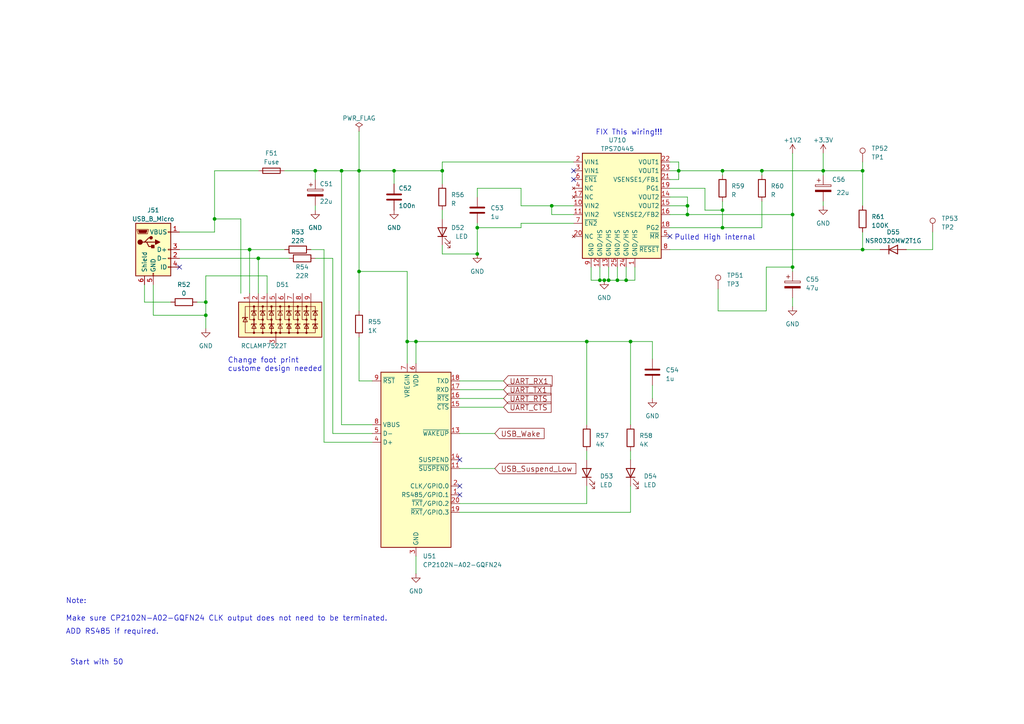
<source format=kicad_sch>
(kicad_sch (version 20230121) (generator eeschema)
  (paper "A4")
  (lib_symbols
    (symbol "Connector:TestPoint" (pin_numbers hide) (pin_names (offset 0.762) hide)
      (property "Reference" "TP" (at 0 6.858 0))
      (property "Value" "TestPoint" (at 0 5.08 0))
      (symbol "TestPoint_0_1"
        (circle (center 0 3.302) (radius 0.762))
      )
      (symbol "TestPoint_1_1"
        (pin passive line (at 0 0 90) (length 2.54) (name "1") (number "1"))
      )
    )
    (symbol "Connector:USB_B_Micro" (pin_names (offset 1.016))
      (property "Reference" "J" (at -5.08 11.43 0))
      (property "Value" "USB_B_Micro" (at -5.08 8.89 0))
      (symbol "USB_B_Micro_0_1"
        (rectangle (start -5.08 -7.62) (end 5.08 7.62) (stroke (width 0.254)) (fill (type background)))
        (circle (center -3.81 2.159) (radius 0.635) (stroke (width 0.254)) (fill (type outline)))
        (circle (center -0.635 3.429) (radius 0.381) (stroke (width 0.254)) (fill (type outline)))
        (rectangle (start -0.127 -7.62) (end 0.127 -6.858))
        (polyline (pts (xy -1.905 2.159) (xy 0.635 2.159)) (stroke (width 0.254)))
        (polyline (pts (xy -3.175 2.159) (xy -2.54 2.159) (xy -1.27 3.429) (xy -0.635 3.429)) (stroke (width 0.254)))
        (polyline (pts (xy -2.54 2.159) (xy -1.905 2.159) (xy -1.27 0.889) (xy 0 0.889)) (stroke (width 0.254)))
        (polyline (pts (xy 0.635 2.794) (xy 0.635 1.524) (xy 1.905 2.159) (xy 0.635 2.794)) (stroke (width 0.254)) (fill (type outline)))
        (polyline (pts (xy -4.318 5.588) (xy -1.778 5.588) (xy -2.032 4.826) (xy -4.064 4.826) (xy -4.318 5.588)) (fill (type outline)))
        (polyline (pts (xy -4.699 5.842) (xy -4.699 5.588) (xy -4.445 4.826) (xy -4.445 4.572) (xy -1.651 4.572) (xy -1.651 4.826) (xy -1.397 5.588) (xy -1.397 5.842) (xy -4.699 5.842)))
        (rectangle (start 0.254 1.27) (end -0.508 0.508) (stroke (width 0.254)) (fill (type outline)))
        (rectangle (start 5.08 -5.207) (end 4.318 -4.953))
        (rectangle (start 5.08 -2.667) (end 4.318 -2.413))
        (rectangle (start 5.08 -0.127) (end 4.318 0.127))
        (rectangle (start 5.08 4.953) (end 4.318 5.207))
      )
      (symbol "USB_B_Micro_1_1"
        (pin power_out line (at 7.62 5.08 180) (length 2.54) (name "VBUS") (number "1"))
        (pin bidirectional line (at 7.62 -2.54 180) (length 2.54) (name "D-") (number "2"))
        (pin bidirectional line (at 7.62 0 180) (length 2.54) (name "D+") (number "3"))
        (pin passive line (at 7.62 -5.08 180) (length 2.54) (name "ID") (number "4"))
        (pin power_out line (at 0 -10.16 90) (length 2.54) (name "GND") (number "5"))
        (pin passive line (at -2.54 -10.16 90) (length 2.54) (name "Shield") (number "6"))
      )
    )
    (symbol "Device:C" (pin_numbers hide) (pin_names (offset 0.254))
      (property "Reference" "C" (at 0.635 2.54 0))
      (property "Value" "C" (at 0.635 -2.54 0))
      (symbol "C_0_1"
        (polyline (pts (xy -2.032 -0.762) (xy 2.032 -0.762)) (stroke (width 0.508)))
        (polyline (pts (xy -2.032 0.762) (xy 2.032 0.762)) (stroke (width 0.508)))
      )
      (symbol "C_1_1"
        (pin passive line (at 0 3.81 270) (length 2.794) (name "~") (number "1"))
        (pin passive line (at 0 -3.81 90) (length 2.794) (name "~") (number "2"))
      )
    )
    (symbol "Device:C_Polarized" (pin_numbers hide) (pin_names (offset 0.254))
      (property "Reference" "C" (at 0.635 2.54 0))
      (property "Value" "C_Polarized" (at 0.635 -2.54 0))
      (symbol "C_Polarized_0_1"
        (rectangle (start -2.286 0.508) (end 2.286 1.016))
        (polyline (pts (xy -1.778 2.286) (xy -0.762 2.286)))
        (polyline (pts (xy -1.27 2.794) (xy -1.27 1.778)))
        (rectangle (start 2.286 -0.508) (end -2.286 -1.016) (fill (type outline)))
      )
      (symbol "C_Polarized_1_1"
        (pin passive line (at 0 3.81 270) (length 2.794) (name "~") (number "1"))
        (pin passive line (at 0 -3.81 90) (length 2.794) (name "~") (number "2"))
      )
    )
    (symbol "Device:D" (pin_numbers hide) (pin_names (offset 1.016) hide)
      (property "Reference" "D" (at 0 2.54 0))
      (property "Value" "D" (at 0 -2.54 0))
      (symbol "D_0_1"
        (polyline (pts (xy -1.27 1.27) (xy -1.27 -1.27)) (stroke (width 0.254)))
        (polyline (pts (xy 1.27 0) (xy -1.27 0)))
        (polyline (pts (xy 1.27 1.27) (xy 1.27 -1.27) (xy -1.27 0) (xy 1.27 1.27)) (stroke (width 0.254)))
      )
      (symbol "D_1_1"
        (pin passive line (at -3.81 0 0) (length 2.54) (name "K") (number "1"))
        (pin passive line (at 3.81 0 180) (length 2.54) (name "A") (number "2"))
      )
    )
    (symbol "Device:Fuse" (pin_numbers hide) (pin_names (offset 0))
      (property "Reference" "F" (at 2.032 0 90))
      (property "Value" "Fuse" (at -1.905 0 90))
      (symbol "Fuse_0_1"
        (rectangle (start -0.762 -2.54) (end 0.762 2.54) (stroke (width 0.254)))
        (polyline (pts (xy 0 2.54) (xy 0 -2.54)))
      )
      (symbol "Fuse_1_1"
        (pin passive line (at 0 3.81 270) (length 1.27) (name "~") (number "1"))
        (pin passive line (at 0 -3.81 90) (length 1.27) (name "~") (number "2"))
      )
    )
    (symbol "Device:LED" (pin_numbers hide) (pin_names (offset 1.016) hide)
      (property "Reference" "D" (at 0 2.54 0))
      (property "Value" "LED" (at 0 -2.54 0))
      (symbol "LED_0_1"
        (polyline (pts (xy -1.27 -1.27) (xy -1.27 1.27)) (stroke (width 0.254)))
        (polyline (pts (xy -1.27 0) (xy 1.27 0)))
        (polyline (pts (xy 1.27 -1.27) (xy 1.27 1.27) (xy -1.27 0) (xy 1.27 -1.27)) (stroke (width 0.254)))
        (polyline (pts (xy -3.048 -0.762) (xy -4.572 -2.286) (xy -3.81 -2.286) (xy -4.572 -2.286) (xy -4.572 -1.524)))
        (polyline (pts (xy -1.778 -0.762) (xy -3.302 -2.286) (xy -2.54 -2.286) (xy -3.302 -2.286) (xy -3.302 -1.524)))
      )
      (symbol "LED_1_1"
        (pin passive line (at -3.81 0 0) (length 2.54) (name "K") (number "1"))
        (pin passive line (at 3.81 0 180) (length 2.54) (name "A") (number "2"))
      )
    )
    (symbol "Device:R" (pin_numbers hide) (pin_names (offset 0))
      (property "Reference" "R" (at 2.032 0 90))
      (property "Value" "R" (at 0 0 90))
      (symbol "R_0_1"
        (rectangle (start -1.016 -2.54) (end 1.016 2.54) (stroke (width 0.254)))
      )
      (symbol "R_1_1"
        (pin passive line (at 0 3.81 270) (length 1.27) (name "~") (number "1"))
        (pin passive line (at 0 -3.81 90) (length 1.27) (name "~") (number "2"))
      )
    )
    (symbol "Interface_USB:CP2102N-Axx-xQFN20"
      (property "Reference" "U" (at -8.89 26.67 0))
      (property "Value" "CP2102N-Axx-xQFN20" (at 12.7 26.67 0))
      (symbol "CP2102N-Axx-xQFN20_0_1"
        (rectangle (start -10.16 25.4) (end 10.16 -25.4) (stroke (width 0.254)) (fill (type background)))
      )
      (symbol "CP2102N-Axx-xQFN20_1_1"
        (pin bidirectional line (at 12.7 -10.16 180) (length 2.54) (name "RS485/GPIO.1") (number "1"))
        (pin no_connect line (at -10.16 -22.86 0) (length 2.54) hide (name "NC") (number "10"))
        (pin output line (at 12.7 -2.54 180) (length 2.54) (name "~{SUSPEND}") (number "11"))
        (pin passive line (at 0 -27.94 90) (length 2.54) hide (name "GND") (number "12"))
        (pin input line (at 12.7 7.62 180) (length 2.54) (name "~{WAKEUP}") (number "13"))
        (pin output line (at 12.7 0 180) (length 2.54) (name "SUSPEND") (number "14"))
        (pin input line (at 12.7 15.24 180) (length 2.54) (name "~{CTS}") (number "15"))
        (pin output line (at 12.7 17.78 180) (length 2.54) (name "~{RTS}") (number "16"))
        (pin input line (at 12.7 20.32 180) (length 2.54) (name "RXD") (number "17"))
        (pin output line (at 12.7 22.86 180) (length 2.54) (name "TXD") (number "18"))
        (pin bidirectional line (at 12.7 -15.24 180) (length 2.54) (name "~{RXT}/GPIO.3") (number "19"))
        (pin bidirectional line (at 12.7 -7.62 180) (length 2.54) (name "CLK/GPIO.0") (number "2"))
        (pin bidirectional line (at 12.7 -12.7 180) (length 2.54) (name "~{TXT}/GPIO.2") (number "20"))
        (pin passive line (at 0 -27.94 90) (length 2.54) hide (name "GND") (number "21"))
        (pin power_in line (at 0 -27.94 90) (length 2.54) (name "GND") (number "3"))
        (pin bidirectional line (at -12.7 5.08 0) (length 2.54) (name "D+") (number "4"))
        (pin bidirectional line (at -12.7 7.62 0) (length 2.54) (name "D-") (number "5"))
        (pin power_in line (at 0 27.94 270) (length 2.54) (name "VDD") (number "6"))
        (pin power_in line (at -2.54 27.94 270) (length 2.54) (name "VREGIN") (number "7"))
        (pin input line (at -12.7 10.16 0) (length 2.54) (name "VBUS") (number "8"))
        (pin input line (at -12.7 22.86 0) (length 2.54) (name "~{RST}") (number "9"))
      )
    )
    (symbol "PACSAT_ICs:TPS70445"
      (property "Reference" "U52" (at 0 19.05 0))
      (property "Value" "TPS70445" (at 0 16.51 0))
      (symbol "TPS70445_0_1"
        (rectangle (start -10.16 15.24) (end 12.7 -15.24) (stroke (width 0.254)) (fill (type background)))
      )
      (symbol "TPS70445_1_1"
        (pin passive line (at 5.08 -17.78 90) (length 2.54) (name "GND/HS") (number "1"))
        (pin power_in line (at -12.7 0 0) (length 2.54) (name "VIN2") (number "10"))
        (pin power_in line (at -12.7 -2.54 0) (length 2.54) (name "VIN2") (number "11"))
        (pin passive line (at -5.08 -17.78 90) (length 2.54) (name "GND/HS") (number "12"))
        (pin passive line (at -2.54 -17.78 90) (length 2.54) (name "GND/HS") (number "13"))
        (pin power_out line (at 15.24 2.54 180) (length 2.54) (name "VOUT2") (number "14"))
        (pin passive line (at 15.24 0 180) (length 2.54) (name "VOUT2") (number "15"))
        (pin input line (at 15.24 -2.54 180) (length 2.54) (name "VSENSE2/FB2") (number "16"))
        (pin no_connect line (at -12.7 2.54 0) (length 2.54) (name "NC") (number "17"))
        (pin open_collector line (at 15.24 -6.35 180) (length 2.54) (name "PG2") (number "18"))
        (pin open_collector line (at 15.24 5.08 180) (length 2.54) (name "PG1") (number "19"))
        (pin power_in line (at -12.7 12.7 0) (length 2.54) (name "VIN1") (number "2"))
        (pin no_connect line (at -12.7 -8.89 0) (length 2.54) (name "NC") (number "20"))
        (pin input line (at 15.24 7.62 180) (length 2.54) (name "VSENSE1/FB1") (number "21"))
        (pin power_out line (at 15.24 12.7 180) (length 2.54) (name "VOUT1") (number "22"))
        (pin passive line (at 15.24 10.16 180) (length 2.54) (name "VOUT1") (number "23"))
        (pin passive line (at 2.54 -17.78 90) (length 2.54) (name "GND/HS") (number "24"))
        (pin power_in line (at 0 -17.78 90) (length 2.54) (name "GND/HS") (number "25"))
        (pin passive line (at -12.7 10.16 0) (length 2.54) (name "VIN1") (number "3"))
        (pin no_connect line (at -12.7 5.08 0) (length 2.54) (name "NC") (number "4"))
        (pin input line (at 15.24 -8.89 180) (length 2.54) (name "~{MR}") (number "5"))
        (pin input line (at -12.7 7.62 0) (length 2.54) (name "~{EN1}") (number "6"))
        (pin input line (at -12.7 -5.08 0) (length 2.54) (name "~{EN2}") (number "7"))
        (pin open_collector line (at 15.24 -12.7 180) (length 2.54) (name "~{RESET}") (number "8"))
        (pin power_in line (at -7.62 -17.78 90) (length 2.54) (name "GND") (number "9"))
      )
    )
    (symbol "Power_Protection:RCLAMP3328P" (pin_names hide)
      (property "Reference" "D" (at 13.97 2.54 0))
      (property "Value" "RCLAMP3328P" (at 13.97 0.635 0))
      (symbol "RCLAMP3328P_0_0"
        (pin passive line (at 0 -7.62 90) (length 2.54) (name "A") (number "3"))
      )
      (symbol "RCLAMP3328P_0_1"
        (rectangle (start -10.795 5.08) (end 13.335 -5.08) (stroke (width 0.254)) (fill (type background)))
        (circle (center -6.35 -3.81) (radius 0.254) (fill (type outline)))
        (circle (center -6.35 0) (radius 0.254) (fill (type outline)))
        (circle (center -6.35 3.81) (radius 0.254) (fill (type outline)))
        (circle (center -3.81 -3.81) (radius 0.254) (fill (type outline)))
        (circle (center -3.81 0) (radius 0.254) (fill (type outline)))
        (circle (center -3.81 3.81) (radius 0.254) (fill (type outline)))
        (circle (center -1.27 -3.81) (radius 0.254) (fill (type outline)))
        (circle (center -1.27 0) (radius 0.254) (fill (type outline)))
        (circle (center -1.27 3.81) (radius 0.254) (fill (type outline)))
        (circle (center 0 -3.81) (radius 0.254) (fill (type outline)))
        (polyline (pts (xy -8.89 0.635) (xy -8.89 -3.81)))
        (polyline (pts (xy -8.89 1.905) (xy -8.89 0.635)))
        (polyline (pts (xy -8.89 3.81) (xy -8.89 0.635)))
        (polyline (pts (xy -6.35 -3.81) (xy -8.89 -3.81)))
        (polyline (pts (xy -6.35 0) (xy -6.35 -1.27)))
        (polyline (pts (xy -6.35 2.54) (xy -6.35 -1.27)))
        (polyline (pts (xy -6.35 3.81) (xy -6.35 2.54)))
        (polyline (pts (xy -6.35 3.81) (xy -6.35 2.54)))
        (polyline (pts (xy -3.81 0) (xy -3.81 -1.27)))
        (polyline (pts (xy -3.81 2.54) (xy -3.81 -1.27)))
        (polyline (pts (xy -3.81 3.81) (xy -3.81 2.54)))
        (polyline (pts (xy -3.81 3.81) (xy -3.81 2.54)))
        (polyline (pts (xy -1.27 0) (xy -1.27 -1.27)))
        (polyline (pts (xy -1.27 2.54) (xy -1.27 -1.27)))
        (polyline (pts (xy -1.27 3.81) (xy -1.27 2.54)))
        (polyline (pts (xy -1.27 3.81) (xy -1.27 2.54)))
        (polyline (pts (xy 0 -5.08) (xy 0 -3.81)))
        (polyline (pts (xy 1.27 -3.81) (xy 1.27 2.54)))
        (polyline (pts (xy 1.27 3.81) (xy 1.27 2.54)))
        (polyline (pts (xy 1.905 -1.27) (xy 2.032 -1.27)))
        (polyline (pts (xy 1.905 2.54) (xy 2.032 2.54)))
        (polyline (pts (xy 3.81 2.54) (xy 3.81 -1.27)))
        (polyline (pts (xy 3.81 3.81) (xy 3.81 2.54)))
        (polyline (pts (xy 6.35 2.54) (xy 6.35 -1.27)))
        (polyline (pts (xy 6.35 3.81) (xy 6.35 2.54)))
        (polyline (pts (xy 6.35 3.81) (xy 6.35 2.54)))
        (polyline (pts (xy 8.89 2.54) (xy 8.89 -1.27)))
        (polyline (pts (xy 8.89 3.81) (xy 8.89 2.54)))
        (polyline (pts (xy 8.89 3.81) (xy 8.89 2.54)))
        (polyline (pts (xy 11.43 2.54) (xy 11.43 -1.27)))
        (polyline (pts (xy 11.43 3.81) (xy -8.89 3.81)))
        (polyline (pts (xy 11.43 3.81) (xy 11.43 2.54)))
        (polyline (pts (xy 11.43 3.81) (xy 11.43 2.54)))
        (polyline (pts (xy -7.62 5.08) (xy -7.62 0) (xy -6.35 0)))
        (polyline (pts (xy -6.35 -1.27) (xy -6.35 -3.81) (xy -3.81 -3.81)))
        (polyline (pts (xy -5.08 5.08) (xy -5.08 0) (xy -3.81 0)))
        (polyline (pts (xy -3.81 -1.27) (xy -3.81 -3.81) (xy -1.27 -3.81)))
        (polyline (pts (xy -2.54 5.08) (xy -2.54 0) (xy -1.27 0)))
        (polyline (pts (xy 0 5.08) (xy 0 0) (xy 1.27 0)))
        (polyline (pts (xy 1.905 -1.27) (xy 0.508 -1.27) (xy 0.508 -1.524)))
        (polyline (pts (xy 1.905 2.54) (xy 0.508 2.54) (xy 0.508 2.286)))
        (polyline (pts (xy 2.54 5.08) (xy 2.54 0) (xy 3.81 0)))
        (polyline (pts (xy 5.08 5.08) (xy 5.08 0) (xy 6.35 0)))
        (polyline (pts (xy 6.35 -1.27) (xy 6.35 -3.81) (xy 3.81 -3.81)))
        (polyline (pts (xy 6.35 -1.27) (xy 6.35 -3.81) (xy 3.81 -3.81)))
        (polyline (pts (xy 7.62 5.08) (xy 7.62 0) (xy 8.89 0)))
        (polyline (pts (xy 8.89 -1.27) (xy 8.89 -3.81) (xy 6.35 -3.81)))
        (polyline (pts (xy 8.89 -1.27) (xy 8.89 -3.81) (xy 6.35 -3.81)))
        (polyline (pts (xy 10.16 5.08) (xy 10.16 0) (xy 11.43 0)))
        (polyline (pts (xy 11.43 -1.27) (xy 11.43 -3.81) (xy 8.89 -3.81)))
        (polyline (pts (xy 11.43 -1.27) (xy 11.43 -3.81) (xy 8.89 -3.81)))
        (polyline (pts (xy -9.652 0.381) (xy -9.652 0.635) (xy -8.255 0.635) (xy -8.128 0.635)))
        (polyline (pts (xy -9.652 0.381) (xy -9.652 0.635) (xy -8.255 0.635) (xy -8.128 0.635)))
        (polyline (pts (xy -8.89 0.635) (xy -8.255 -0.635) (xy -9.525 -0.635) (xy -8.89 0.635)))
        (polyline (pts (xy -8.89 0.635) (xy -8.255 -0.635) (xy -9.525 -0.635) (xy -8.89 0.635)))
        (polyline (pts (xy -7.112 -1.524) (xy -7.112 -1.27) (xy -5.715 -1.27) (xy -5.588 -1.27)))
        (polyline (pts (xy -7.112 -1.524) (xy -7.112 -1.27) (xy -5.715 -1.27) (xy -5.588 -1.27)))
        (polyline (pts (xy -7.112 2.286) (xy -7.112 2.54) (xy -5.715 2.54) (xy -5.588 2.54)))
        (polyline (pts (xy -7.112 2.286) (xy -7.112 2.54) (xy -5.715 2.54) (xy -5.588 2.54)))
        (polyline (pts (xy -6.35 -1.27) (xy -5.715 -2.54) (xy -6.985 -2.54) (xy -6.35 -1.27)))
        (polyline (pts (xy -6.35 -1.27) (xy -5.715 -2.54) (xy -6.985 -2.54) (xy -6.35 -1.27)))
        (polyline (pts (xy -6.35 2.54) (xy -5.715 1.27) (xy -6.985 1.27) (xy -6.35 2.54)))
        (polyline (pts (xy -6.35 2.54) (xy -5.715 1.27) (xy -6.985 1.27) (xy -6.35 2.54)))
        (polyline (pts (xy -4.572 -1.524) (xy -4.572 -1.27) (xy -3.175 -1.27) (xy -3.048 -1.27)))
        (polyline (pts (xy -4.572 -1.524) (xy -4.572 -1.27) (xy -3.175 -1.27) (xy -3.048 -1.27)))
        (polyline (pts (xy -4.572 2.286) (xy -4.572 2.54) (xy -3.175 2.54) (xy -3.048 2.54)))
        (polyline (pts (xy -4.572 2.286) (xy -4.572 2.54) (xy -3.175 2.54) (xy -3.048 2.54)))
        (polyline (pts (xy -3.81 -1.27) (xy -3.175 -2.54) (xy -4.445 -2.54) (xy -3.81 -1.27)))
        (polyline (pts (xy -3.81 -1.27) (xy -3.175 -2.54) (xy -4.445 -2.54) (xy -3.81 -1.27)))
        (polyline (pts (xy -3.81 2.54) (xy -3.175 1.27) (xy -4.445 1.27) (xy -3.81 2.54)))
        (polyline (pts (xy -3.81 2.54) (xy -3.175 1.27) (xy -4.445 1.27) (xy -3.81 2.54)))
        (polyline (pts (xy -2.032 -1.524) (xy -2.032 -1.27) (xy -0.635 -1.27) (xy -0.508 -1.27)))
        (polyline (pts (xy -2.032 -1.524) (xy -2.032 -1.27) (xy -0.635 -1.27) (xy -0.508 -1.27)))
        (polyline (pts (xy -2.032 2.286) (xy -2.032 2.54) (xy -0.635 2.54) (xy -0.508 2.54)))
        (polyline (pts (xy -2.032 2.286) (xy -2.032 2.54) (xy -0.635 2.54) (xy -0.508 2.54)))
        (polyline (pts (xy -1.27 -1.27) (xy -1.27 -3.81) (xy 3.81 -3.81) (xy 3.81 -1.27)))
        (polyline (pts (xy -1.27 -1.27) (xy -1.27 -3.81) (xy 3.81 -3.81) (xy 3.81 -1.27)))
        (polyline (pts (xy -1.27 -1.27) (xy -0.635 -2.54) (xy -1.905 -2.54) (xy -1.27 -1.27)))
        (polyline (pts (xy -1.27 -1.27) (xy -0.635 -2.54) (xy -1.905 -2.54) (xy -1.27 -1.27)))
        (polyline (pts (xy -1.27 2.54) (xy -0.635 1.27) (xy -1.905 1.27) (xy -1.27 2.54)))
        (polyline (pts (xy -1.27 2.54) (xy -0.635 1.27) (xy -1.905 1.27) (xy -1.27 2.54)))
        (polyline (pts (xy 1.905 -2.54) (xy 0.635 -2.54) (xy 1.27 -1.27) (xy 1.905 -2.54)))
        (polyline (pts (xy 1.905 1.27) (xy 0.635 1.27) (xy 1.27 2.54) (xy 1.905 1.27)))
        (polyline (pts (xy 3.048 -1.524) (xy 3.048 -1.27) (xy 4.445 -1.27) (xy 4.572 -1.27)))
        (polyline (pts (xy 3.048 -1.524) (xy 3.048 -1.27) (xy 4.445 -1.27) (xy 4.572 -1.27)))
        (polyline (pts (xy 3.048 2.286) (xy 3.048 2.54) (xy 4.445 2.54) (xy 4.572 2.54)))
        (polyline (pts (xy 3.048 2.286) (xy 3.048 2.54) (xy 4.445 2.54) (xy 4.572 2.54)))
        (polyline (pts (xy 3.81 -1.27) (xy 3.175 -2.54) (xy 4.445 -2.54) (xy 3.81 -1.27)))
        (polyline (pts (xy 3.81 -1.27) (xy 3.175 -2.54) (xy 4.445 -2.54) (xy 3.81 -1.27)))
        (polyline (pts (xy 3.81 2.54) (xy 3.175 1.27) (xy 4.445 1.27) (xy 3.81 2.54)))
        (polyline (pts (xy 3.81 2.54) (xy 3.175 1.27) (xy 4.445 1.27) (xy 3.81 2.54)))
        (polyline (pts (xy 5.588 -1.524) (xy 5.588 -1.27) (xy 6.985 -1.27) (xy 7.112 -1.27)))
        (polyline (pts (xy 5.588 -1.524) (xy 5.588 -1.27) (xy 6.985 -1.27) (xy 7.112 -1.27)))
        (polyline (pts (xy 5.588 2.286) (xy 5.588 2.54) (xy 6.985 2.54) (xy 7.112 2.54)))
        (polyline (pts (xy 5.588 2.286) (xy 5.588 2.54) (xy 6.985 2.54) (xy 7.112 2.54)))
        (polyline (pts (xy 6.35 -1.27) (xy 5.715 -2.54) (xy 6.985 -2.54) (xy 6.35 -1.27)))
        (polyline (pts (xy 6.35 -1.27) (xy 5.715 -2.54) (xy 6.985 -2.54) (xy 6.35 -1.27)))
        (polyline (pts (xy 6.35 2.54) (xy 5.715 1.27) (xy 6.985 1.27) (xy 6.35 2.54)))
        (polyline (pts (xy 6.35 2.54) (xy 5.715 1.27) (xy 6.985 1.27) (xy 6.35 2.54)))
        (polyline (pts (xy 8.128 -1.524) (xy 8.128 -1.27) (xy 9.525 -1.27) (xy 9.652 -1.27)))
        (polyline (pts (xy 8.128 -1.524) (xy 8.128 -1.27) (xy 9.525 -1.27) (xy 9.652 -1.27)))
        (polyline (pts (xy 8.128 2.286) (xy 8.128 2.54) (xy 9.525 2.54) (xy 9.652 2.54)))
        (polyline (pts (xy 8.128 2.286) (xy 8.128 2.54) (xy 9.525 2.54) (xy 9.652 2.54)))
        (polyline (pts (xy 8.89 -1.27) (xy 8.255 -2.54) (xy 9.525 -2.54) (xy 8.89 -1.27)))
        (polyline (pts (xy 8.89 -1.27) (xy 8.255 -2.54) (xy 9.525 -2.54) (xy 8.89 -1.27)))
        (polyline (pts (xy 8.89 2.54) (xy 8.255 1.27) (xy 9.525 1.27) (xy 8.89 2.54)))
        (polyline (pts (xy 8.89 2.54) (xy 8.255 1.27) (xy 9.525 1.27) (xy 8.89 2.54)))
        (polyline (pts (xy 10.668 -1.524) (xy 10.668 -1.27) (xy 12.065 -1.27) (xy 12.192 -1.27)))
        (polyline (pts (xy 10.668 -1.524) (xy 10.668 -1.27) (xy 12.065 -1.27) (xy 12.192 -1.27)))
        (polyline (pts (xy 10.668 2.286) (xy 10.668 2.54) (xy 12.065 2.54) (xy 12.192 2.54)))
        (polyline (pts (xy 10.668 2.286) (xy 10.668 2.54) (xy 12.065 2.54) (xy 12.192 2.54)))
        (polyline (pts (xy 11.43 -1.27) (xy 10.795 -2.54) (xy 12.065 -2.54) (xy 11.43 -1.27)))
        (polyline (pts (xy 11.43 -1.27) (xy 10.795 -2.54) (xy 12.065 -2.54) (xy 11.43 -1.27)))
        (polyline (pts (xy 11.43 2.54) (xy 10.795 1.27) (xy 12.065 1.27) (xy 11.43 2.54)))
        (polyline (pts (xy 11.43 2.54) (xy 10.795 1.27) (xy 12.065 1.27) (xy 11.43 2.54)))
        (circle (center 1.27 -3.81) (radius 0.254) (fill (type outline)))
        (circle (center 1.27 0) (radius 0.254) (fill (type outline)))
        (circle (center 1.27 3.81) (radius 0.254) (fill (type outline)))
        (circle (center 3.81 -3.81) (radius 0.254) (fill (type outline)))
        (circle (center 3.81 0) (radius 0.254) (fill (type outline)))
        (circle (center 3.81 3.81) (radius 0.254) (fill (type outline)))
        (circle (center 6.35 -3.81) (radius 0.254) (fill (type outline)))
        (circle (center 6.35 0) (radius 0.254) (fill (type outline)))
        (circle (center 6.35 3.81) (radius 0.254) (fill (type outline)))
        (circle (center 8.89 -3.81) (radius 0.254) (fill (type outline)))
        (circle (center 8.89 0) (radius 0.254) (fill (type outline)))
        (circle (center 8.89 3.81) (radius 0.254) (fill (type outline)))
        (circle (center 11.43 0) (radius 0.254) (fill (type outline)))
      )
      (symbol "RCLAMP3328P_1_1"
        (pin passive line (at -7.62 7.62 270) (length 2.54) (name "K1") (number "1"))
        (pin passive line (at -5.08 7.62 270) (length 2.54) (name "K2") (number "2"))
        (pin passive line (at -2.54 7.62 270) (length 2.54) (name "K3") (number "4"))
        (pin passive line (at 0 7.62 270) (length 2.54) (name "K4") (number "5"))
        (pin passive line (at 2.54 7.62 270) (length 2.54) (name "K5") (number "6"))
        (pin passive line (at 5.08 7.62 270) (length 2.54) (name "K6") (number "7"))
        (pin passive line (at 7.62 7.62 270) (length 2.54) (name "K7") (number "8"))
        (pin passive line (at 10.16 7.62 270) (length 2.54) (name "K8") (number "9"))
      )
    )
    (symbol "power:+1V2" (power) (pin_names (offset 0))
      (property "Value" "+1V2" (at 0 3.556 0))
      (symbol "+1V2_0_1"
        (polyline (pts (xy -0.762 1.27) (xy 0 2.54)))
        (polyline (pts (xy 0 0) (xy 0 2.54)))
        (polyline (pts (xy 0 2.54) (xy 0.762 1.27)))
      )
      (symbol "+1V2_1_1"
        (pin power_in line (at 0 0 90) (length 0) hide (name "+1V2") (number "1"))
      )
    )
    (symbol "power:+3.3V" (power) (pin_names (offset 0))
      (property "Value" "+3.3V" (at 0 3.556 0))
      (symbol "+3.3V_0_1"
        (polyline (pts (xy -0.762 1.27) (xy 0 2.54)))
        (polyline (pts (xy 0 0) (xy 0 2.54)))
        (polyline (pts (xy 0 2.54) (xy 0.762 1.27)))
      )
      (symbol "+3.3V_1_1"
        (pin power_in line (at 0 0 90) (length 0) hide (name "+3.3V") (number "1"))
      )
    )
    (symbol "power:GND" (power) (pin_names (offset 0))
      (property "Value" "GND" (at 0 -3.81 0))
      (symbol "GND_0_1"
        (polyline (pts (xy 0 0) (xy 0 -1.27) (xy 1.27 -1.27) (xy 0 -2.54) (xy -1.27 -1.27) (xy 0 -1.27)))
      )
      (symbol "GND_1_1"
        (pin power_in line (at 0 0 270) (length 0) hide (name "GND") (number "1"))
      )
    )
    (symbol "power:PWR_FLAG" (power) (pin_numbers hide) (pin_names (offset 0) hide)
      (property "Value" "PWR_FLAG" (at 0 3.81 0))
      (symbol "PWR_FLAG_0_0"
        (pin power_out line (at 0 0 90) (length 0) (name "pwr") (number "1"))
      )
      (symbol "PWR_FLAG_0_1"
        (polyline (pts (xy 0 0) (xy 0 1.27) (xy -1.016 1.905) (xy 0 2.54) (xy 1.016 1.905) (xy 0 1.27)))
      )
    )
  )
  (junction (at 182.88 99.06))
  (junction (at 229.87 77.47))
  (junction (at 176.53 81.28))
  (junction (at 62.23 63.5))
  (junction (at 220.98 49.53))
  (junction (at 199.39 62.23))
  (junction (at 238.76 49.53))
  (junction (at 175.26 81.28))
  (junction (at 250.19 49.53))
  (junction (at 59.69 91.44))
  (junction (at 114.3 49.53))
  (junction (at 209.55 66.04))
  (junction (at 209.55 60.96))
  (junction (at 179.07 81.28))
  (junction (at 120.65 99.06))
  (junction (at 181.61 81.28))
  (junction (at 118.11 99.06))
  (junction (at 209.55 49.53))
  (junction (at 99.06 49.53))
  (junction (at 160.02 59.69))
  (junction (at 74.93 74.93))
  (junction (at 170.18 99.06))
  (junction (at 138.43 66.04))
  (junction (at 229.87 62.23))
  (junction (at 196.85 49.53))
  (junction (at 72.39 72.39))
  (junction (at 104.14 49.53))
  (junction (at 199.39 59.69))
  (junction (at 173.99 81.28))
  (junction (at 250.19 72.39))
  (junction (at 138.43 73.66))
  (junction (at 104.14 78.74))
  (junction (at 128.27 49.53))
  (junction (at 91.44 49.53))
  (junction (at 59.69 87.63))
  (no_connect (at 166.37 52.07))
  (no_connect (at 133.35 143.51))
  (no_connect (at 194.31 68.58))
  (no_connect (at 52.07 77.47))
  (no_connect (at 166.37 49.53))
  (no_connect (at 133.35 133.35))
  (no_connect (at 133.35 140.97))
  (wire (pts (xy 196.85 52.07) (xy 196.85 49.53)))
  (wire (pts (xy 133.35 110.49) (xy 146.05 110.49)))
  (wire (pts (xy 229.87 77.47) (xy 229.87 78.74)))
  (wire (pts (xy 189.23 99.06) (xy 182.88 99.06)))
  (wire (pts (xy 133.35 115.57) (xy 146.05 115.57)))
  (wire (pts (xy 209.55 66.04) (xy 220.98 66.04)))
  (wire (pts (xy 204.47 60.96) (xy 209.55 60.96)))
  (wire (pts (xy 173.99 81.28) (xy 175.26 81.28)))
  (wire (pts (xy 52.07 74.93) (xy 74.93 74.93)))
  (wire (pts (xy 181.61 77.47) (xy 181.61 81.28)))
  (wire (pts (xy 128.27 46.99) (xy 128.27 49.53)))
  (wire (pts (xy 222.25 77.47) (xy 229.87 77.47)))
  (wire (pts (xy 250.19 72.39) (xy 255.27 72.39)))
  (wire (pts (xy 182.88 99.06) (xy 170.18 99.06)))
  (wire (pts (xy 104.14 49.53) (xy 99.06 49.53)))
  (wire (pts (xy 91.44 49.53) (xy 99.06 49.53)))
  (wire (pts (xy 91.44 59.69) (xy 91.44 60.96)))
  (wire (pts (xy 151.13 59.69) (xy 160.02 59.69)))
  (wire (pts (xy 62.23 49.53) (xy 62.23 63.5)))
  (wire (pts (xy 171.45 77.47) (xy 171.45 81.28)))
  (wire (pts (xy 170.18 140.97) (xy 170.18 146.05)))
  (wire (pts (xy 166.37 46.99) (xy 128.27 46.99)))
  (wire (pts (xy 74.93 49.53) (xy 62.23 49.53)))
  (wire (pts (xy 90.17 72.39) (xy 93.98 72.39)))
  (wire (pts (xy 182.88 123.19) (xy 182.88 99.06)))
  (wire (pts (xy 93.98 72.39) (xy 93.98 128.27)))
  (wire (pts (xy 69.85 63.5) (xy 62.23 63.5)))
  (wire (pts (xy 194.31 72.39) (xy 250.19 72.39)))
  (wire (pts (xy 82.55 49.53) (xy 91.44 49.53)))
  (wire (pts (xy 69.85 85.09) (xy 69.85 63.5)))
  (wire (pts (xy 91.44 74.93) (xy 96.52 74.93)))
  (wire (pts (xy 170.18 146.05) (xy 133.35 146.05)))
  (wire (pts (xy 170.18 130.81) (xy 170.18 133.35)))
  (wire (pts (xy 229.87 86.36) (xy 229.87 88.9)))
  (wire (pts (xy 196.85 49.53) (xy 209.55 49.53)))
  (wire (pts (xy 118.11 99.06) (xy 118.11 78.74)))
  (wire (pts (xy 41.91 87.63) (xy 49.53 87.63)))
  (wire (pts (xy 138.43 54.61) (xy 151.13 54.61)))
  (wire (pts (xy 171.45 81.28) (xy 173.99 81.28)))
  (wire (pts (xy 99.06 49.53) (xy 99.06 123.19)))
  (wire (pts (xy 194.31 62.23) (xy 199.39 62.23)))
  (wire (pts (xy 199.39 57.15) (xy 199.39 59.69)))
  (wire (pts (xy 204.47 54.61) (xy 204.47 60.96)))
  (wire (pts (xy 250.19 46.99) (xy 250.19 49.53)))
  (wire (pts (xy 160.02 62.23) (xy 160.02 59.69)))
  (wire (pts (xy 194.31 57.15) (xy 199.39 57.15)))
  (wire (pts (xy 151.13 66.04) (xy 138.43 66.04)))
  (wire (pts (xy 77.47 80.01) (xy 59.69 80.01)))
  (wire (pts (xy 128.27 71.12) (xy 128.27 73.66)))
  (wire (pts (xy 138.43 66.04) (xy 138.43 73.66)))
  (wire (pts (xy 176.53 81.28) (xy 175.26 81.28)))
  (wire (pts (xy 128.27 60.96) (xy 128.27 63.5)))
  (wire (pts (xy 128.27 49.53) (xy 114.3 49.53)))
  (wire (pts (xy 44.45 91.44) (xy 59.69 91.44)))
  (wire (pts (xy 189.23 104.14) (xy 189.23 99.06)))
  (wire (pts (xy 120.65 99.06) (xy 170.18 99.06)))
  (wire (pts (xy 59.69 95.25) (xy 59.69 91.44)))
  (wire (pts (xy 72.39 72.39) (xy 72.39 85.09)))
  (wire (pts (xy 199.39 62.23) (xy 229.87 62.23)))
  (wire (pts (xy 96.52 125.73) (xy 96.52 74.93)))
  (wire (pts (xy 74.93 74.93) (xy 74.93 85.09)))
  (wire (pts (xy 250.19 67.31) (xy 250.19 72.39)))
  (wire (pts (xy 104.14 38.1) (xy 104.14 49.53)))
  (wire (pts (xy 173.99 77.47) (xy 173.99 81.28)))
  (wire (pts (xy 220.98 66.04) (xy 220.98 58.42)))
  (wire (pts (xy 77.47 85.09) (xy 77.47 80.01)))
  (wire (pts (xy 189.23 111.76) (xy 189.23 115.57)))
  (wire (pts (xy 138.43 57.15) (xy 138.43 54.61)))
  (wire (pts (xy 181.61 81.28) (xy 179.07 81.28)))
  (wire (pts (xy 199.39 59.69) (xy 194.31 59.69)))
  (wire (pts (xy 238.76 58.42) (xy 238.76 59.69)))
  (wire (pts (xy 128.27 49.53) (xy 128.27 53.34)))
  (wire (pts (xy 118.11 99.06) (xy 120.65 99.06)))
  (wire (pts (xy 222.25 90.17) (xy 222.25 77.47)))
  (wire (pts (xy 166.37 64.77) (xy 151.13 64.77)))
  (wire (pts (xy 104.14 78.74) (xy 104.14 90.17)))
  (wire (pts (xy 120.65 161.29) (xy 120.65 166.37)))
  (wire (pts (xy 196.85 46.99) (xy 196.85 49.53)))
  (wire (pts (xy 151.13 54.61) (xy 151.13 59.69)))
  (wire (pts (xy 194.31 66.04) (xy 209.55 66.04)))
  (wire (pts (xy 133.35 125.73) (xy 143.51 125.73)))
  (wire (pts (xy 118.11 105.41) (xy 118.11 99.06)))
  (wire (pts (xy 176.53 77.47) (xy 176.53 81.28)))
  (wire (pts (xy 138.43 64.77) (xy 138.43 66.04)))
  (wire (pts (xy 107.95 123.19) (xy 99.06 123.19)))
  (wire (pts (xy 250.19 59.69) (xy 250.19 49.53)))
  (wire (pts (xy 238.76 50.8) (xy 238.76 49.53)))
  (wire (pts (xy 114.3 49.53) (xy 114.3 53.34)))
  (wire (pts (xy 44.45 82.55) (xy 44.45 91.44)))
  (wire (pts (xy 59.69 80.01) (xy 59.69 87.63)))
  (wire (pts (xy 57.15 87.63) (xy 59.69 87.63)))
  (wire (pts (xy 209.55 58.42) (xy 209.55 60.96)))
  (wire (pts (xy 238.76 44.45) (xy 238.76 49.53)))
  (wire (pts (xy 209.55 50.8) (xy 209.55 49.53)))
  (wire (pts (xy 194.31 49.53) (xy 196.85 49.53)))
  (wire (pts (xy 62.23 67.31) (xy 52.07 67.31)))
  (wire (pts (xy 208.28 83.82) (xy 208.28 90.17)))
  (wire (pts (xy 133.35 113.03) (xy 146.05 113.03)))
  (wire (pts (xy 220.98 49.53) (xy 238.76 49.53)))
  (wire (pts (xy 220.98 50.8) (xy 220.98 49.53)))
  (wire (pts (xy 182.88 148.59) (xy 133.35 148.59)))
  (wire (pts (xy 238.76 49.53) (xy 250.19 49.53)))
  (wire (pts (xy 52.07 72.39) (xy 72.39 72.39)))
  (wire (pts (xy 182.88 130.81) (xy 182.88 133.35)))
  (wire (pts (xy 114.3 49.53) (xy 104.14 49.53)))
  (wire (pts (xy 184.15 81.28) (xy 181.61 81.28)))
  (wire (pts (xy 199.39 62.23) (xy 199.39 59.69)))
  (wire (pts (xy 208.28 90.17) (xy 222.25 90.17)))
  (wire (pts (xy 104.14 97.79) (xy 104.14 110.49)))
  (wire (pts (xy 59.69 87.63) (xy 59.69 91.44)))
  (wire (pts (xy 120.65 105.41) (xy 120.65 99.06)))
  (wire (pts (xy 262.89 72.39) (xy 270.51 72.39)))
  (wire (pts (xy 133.35 135.89) (xy 143.51 135.89)))
  (wire (pts (xy 104.14 49.53) (xy 104.14 78.74)))
  (wire (pts (xy 62.23 63.5) (xy 62.23 67.31)))
  (wire (pts (xy 270.51 67.31) (xy 270.51 72.39)))
  (wire (pts (xy 128.27 73.66) (xy 138.43 73.66)))
  (wire (pts (xy 179.07 77.47) (xy 179.07 81.28)))
  (wire (pts (xy 194.31 46.99) (xy 196.85 46.99)))
  (wire (pts (xy 170.18 99.06) (xy 170.18 123.19)))
  (wire (pts (xy 41.91 82.55) (xy 41.91 87.63)))
  (wire (pts (xy 194.31 54.61) (xy 204.47 54.61)))
  (wire (pts (xy 160.02 59.69) (xy 166.37 59.69)))
  (wire (pts (xy 229.87 62.23) (xy 229.87 77.47)))
  (wire (pts (xy 72.39 72.39) (xy 82.55 72.39)))
  (wire (pts (xy 184.15 77.47) (xy 184.15 81.28)))
  (wire (pts (xy 151.13 64.77) (xy 151.13 66.04)))
  (wire (pts (xy 93.98 128.27) (xy 107.95 128.27)))
  (wire (pts (xy 104.14 78.74) (xy 118.11 78.74)))
  (wire (pts (xy 107.95 125.73) (xy 96.52 125.73)))
  (wire (pts (xy 229.87 44.45) (xy 229.87 62.23)))
  (wire (pts (xy 179.07 81.28) (xy 176.53 81.28)))
  (wire (pts (xy 74.93 74.93) (xy 83.82 74.93)))
  (wire (pts (xy 209.55 49.53) (xy 220.98 49.53)))
  (wire (pts (xy 182.88 140.97) (xy 182.88 148.59)))
  (wire (pts (xy 209.55 60.96) (xy 209.55 66.04)))
  (wire (pts (xy 166.37 62.23) (xy 160.02 62.23)))
  (wire (pts (xy 194.31 52.07) (xy 196.85 52.07)))
  (wire (pts (xy 104.14 110.49) (xy 107.95 110.49)))
  (wire (pts (xy 133.35 118.11) (xy 146.05 118.11)))
  (wire (pts (xy 91.44 49.53) (xy 91.44 52.07)))
  (text "Start with 50" (at 20.32 193.04 0) (effects (font (size 1.524 1.524)) (justify left bottom)))
  (text "Change foot print\ncustome design needed" (at 66.04 107.95 0) (effects (font (size 1.524 1.524)) (justify left bottom)))
  (text "Make sure CP2102N-A02-GQFN24 CLK output does not need to be terminated." (at 19.05 180.34 0) (effects (font (size 1.524 1.524)) (justify left bottom)))
  (text "ADD RS485 if required." (at 19.05 184.15 0) (effects (font (size 1.524 1.524)) (justify left bottom)))
  (text "FIX This wiring!!!" (at 172.72 39.37 0) (effects (font (size 1.524 1.524)) (justify left bottom)))
  (text "Pulled High internal" (at 195.58 69.85 0) (effects (font (size 1.524 1.524)) (justify left bottom)))
  (text "Note:" (at 19.05 175.26 0) (effects (font (size 1.524 1.524)) (justify left bottom)))
  (global_label "UART_TX1" (shape input) (at 146.05 113.03 0) (effects (font (size 1.524 1.524))) (property "Intersheetrefs" "${INTERSHEET_REFS}" (effects hide)))
  (global_label "UART_CTS" (shape input) (at 146.05 118.11 0) (effects (font (size 1.524 1.524))) (property "Intersheetrefs" "${INTERSHEET_REFS}" (effects hide)))
  (global_label "USB_Wake" (shape input) (at 143.51 125.73 0) (effects (font (size 1.524 1.524))) (property "Intersheetrefs" "${INTERSHEET_REFS}" (effects hide)))
  (global_label "USB_Suspend_Low" (shape input) (at 143.51 135.89 0) (effects (font (size 1.524 1.524))) (property "Intersheetrefs" "${INTERSHEET_REFS}" (effects hide)))
  (global_label "UART_RX1" (shape input) (at 146.05 110.49 0) (effects (font (size 1.524 1.524))) (property "Intersheetrefs" "${INTERSHEET_REFS}" (effects hide)))
  (global_label "UART_RTS" (shape input) (at 146.05 115.57 0) (effects (font (size 1.524 1.524))) (property "Intersheetrefs" "${INTERSHEET_REFS}" (effects hide)))
  (symbol (lib_id "Device:C_Polarized") (at 238.76 54.61 0) (unit 1)
    (property "Reference" "C56" (at 241.3 52.07 0) (effects (justify left)))
    (property "Value" "22u" (at 242.57 55.88 0) (effects (justify left)))
    (property "Footprint" "Capacitor_Tantalum_SMD:CP_EIA-1608-08_AVX-J" (effects hide))
  )
  (symbol (lib_id "power:GND") (at 189.23 115.57 0) (unit 1)
    (property "Reference" "#PWR058" (effects hide))
    (property "Value" "GND" (at 189.23 120.65 0))
  )
  (symbol (lib_id "power:GND") (at 91.44 60.96 0) (unit 1)
    (property "Reference" "#PWR053" (effects hide))
    (property "Value" "GND" (at 91.44 66.04 0))
  )
  (symbol (lib_id "Device:D") (at 259.08 72.39 0) (unit 1)
    (property "Reference" "D55" (at 259.08 67.31 0))
    (property "Value" "NSR0320MW2T1G" (at 259.08 69.85 0))
    (property "Footprint" "Resistor_SMD:R_0603_1608Metric_Pad0.98x0.95mm_HandSolder" (effects hide))
    (property "Sim.Device" "D" (effects hide))
    (property "Sim.Pins" "1=K 2=A" (effects hide))
  )
  (symbol (lib_id "Power_Protection:RCLAMP3328P") (at 80.01 92.71 0) (unit 1)
    (property "Reference" "D51" (at 80.01 82.55 0) (effects (justify left)))
    (property "Value" "RCLAMP7522T" (at 69.85 100.33 0) (effects (justify left)))
    (property "Footprint" "Package_DFN_QFN:UDFN-9_1.0x3.8mm_P0.5mm" (effects hide))
    (property "Datasheet" "https://media.digikey.com/pdf/Data%20Sheets/Semtech%20PDFs/RCLAMP3328P.pdf" (effects hide))
  )
  (symbol (lib_id "Device:R") (at 53.34 87.63 90) (unit 1)
    (property "Reference" "R52" (at 53.34 82.55 90))
    (property "Value" "0" (at 53.34 85.09 90))
    (property "Footprint" "Resistor_SMD:R_0603_1608Metric_Pad0.98x0.95mm_HandSolder" (effects hide))
  )
  (symbol (lib_id "Connector:TestPoint") (at 270.51 67.31 0) (unit 1)
    (property "Reference" "TP53" (at 273.05 63.373 0) (effects (justify left)))
    (property "Value" "TP2" (at 273.05 65.913 0) (effects (justify left)))
    (property "Footprint" "TestPoint:TestPoint_Pad_2.5x2.5mm" (effects hide))
  )
  (symbol (lib_id "Device:LED") (at 170.18 137.16 90) (unit 1)
    (property "Reference" "D53" (at 173.99 138.1125 90) (effects (justify right)))
    (property "Value" "LED" (at 173.99 140.6525 90) (effects (justify right)))
    (property "Footprint" "Resistor_SMD:R_0603_1608Metric_Pad0.98x0.95mm_HandSolder" (effects hide))
  )
  (symbol (lib_id "Connector:TestPoint") (at 208.28 83.82 0) (unit 1)
    (property "Reference" "TP51" (at 210.82 79.883 0) (effects (justify left)))
    (property "Value" "TP3" (at 210.82 82.423 0) (effects (justify left)))
    (property "Footprint" "TestPoint:TestPoint_Pad_2.5x2.5mm" (effects hide))
  )
  (symbol (lib_id "Device:LED") (at 182.88 137.16 90) (unit 1)
    (property "Reference" "D54" (at 186.69 138.1125 90) (effects (justify right)))
    (property "Value" "LED" (at 186.69 140.6525 90) (effects (justify right)))
    (property "Footprint" "Resistor_SMD:R_0603_1608Metric_Pad0.98x0.95mm_HandSolder" (effects hide))
  )
  (symbol (lib_id "Device:R") (at 104.14 93.98 0) (unit 1)
    (property "Reference" "R55" (at 106.68 93.345 0) (effects (justify left)))
    (property "Value" "1K" (at 106.68 95.885 0) (effects (justify left)))
    (property "Footprint" "Resistor_SMD:R_0603_1608Metric_Pad0.98x0.95mm_HandSolder" (effects hide))
  )
  (symbol (lib_id "PACSAT_ICs:TPS70445") (at 179.07 59.69 0) (unit 1)
    (property "Reference" "U710" (at 179.07 40.64 0))
    (property "Value" "TPS70445" (at 179.07 43.18 0))
    (property "Footprint" "Package_SO:HTSSOP-24-1EP_4.4x7.8mm_P0.65mm_EP3.4x7.8mm_Mask2.4x4.68mm_ThermalVias" (effects hide))
    (property "Datasheet" "http://www.ti.com/lit/ds/symlink/tps704.pdf" (effects hide))
    (instances (project "PACSAT_DEV_REVB" (path "" (reference "U710") (unit 1)) (path "" (reference "U52") (unit 1))))
  )
  (symbol (lib_id "Device:R") (at 86.36 72.39 90) (unit 1)
    (property "Reference" "R53" (at 86.36 67.31 90))
    (property "Value" "22R" (at 86.36 69.85 90))
    (property "Footprint" "Resistor_SMD:R_0603_1608Metric_Pad0.98x0.95mm_HandSolder" (effects hide))
  )
  (symbol (lib_id "Device:C") (at 189.23 107.95 0) (unit 1)
    (property "Reference" "C54" (at 193.04 107.315 0) (effects (justify left)))
    (property "Value" "1u" (at 193.04 109.855 0) (effects (justify left)))
    (property "Footprint" "Capacitor_SMD:C_0603_1608Metric_Pad1.08x0.95mm_HandSolder" (effects hide))
  )
  (symbol (lib_id "power:GND") (at 238.76 59.69 0) (unit 1)
    (property "Reference" "#PWR062" (effects hide))
    (property "Value" "GND" (at 238.76 64.77 0))
  )
  (symbol (lib_id "Device:R") (at 128.27 57.15 0) (unit 1)
    (property "Reference" "R56" (at 130.81 56.515 0) (effects (justify left)))
    (property "Value" "R" (at 130.81 59.055 0) (effects (justify left)))
    (property "Footprint" "Resistor_SMD:R_0603_1608Metric_Pad0.98x0.95mm_HandSolder" (effects hide))
  )
  (symbol (lib_id "power:+1V2") (at 229.87 44.45 0) (unit 1)
    (property "Reference" "#PWR059" (effects hide))
    (property "Value" "+1V2" (at 229.87 40.64 0))
  )
  (symbol (lib_id "Device:R") (at 250.19 63.5 0) (unit 1)
    (property "Reference" "R61" (at 252.73 62.865 0) (effects (justify left)))
    (property "Value" "100K" (at 252.73 65.405 0) (effects (justify left)))
    (property "Footprint" "Resistor_SMD:R_0603_1608Metric_Pad0.98x0.95mm_HandSolder" (effects hide))
  )
  (symbol (lib_id "Device:R") (at 220.98 54.61 0) (unit 1)
    (property "Reference" "R60" (at 223.52 53.975 0) (effects (justify left)))
    (property "Value" "R" (at 223.52 56.515 0) (effects (justify left)))
    (property "Footprint" "Resistor_SMD:R_0603_1608Metric_Pad0.98x0.95mm_HandSolder" (effects hide))
  )
  (symbol (lib_id "Device:R") (at 87.63 74.93 90) (unit 1)
    (property "Reference" "R54" (at 87.63 77.47 90))
    (property "Value" "22R" (at 87.63 80.01 90))
    (property "Footprint" "Resistor_SMD:R_0603_1608Metric_Pad0.98x0.95mm_HandSolder" (effects hide))
  )
  (symbol (lib_id "Device:LED") (at 128.27 67.31 90) (unit 1)
    (property "Reference" "D52" (at 130.81 66.04 90) (effects (justify right)))
    (property "Value" "LED" (at 132.08 68.58 90) (effects (justify right)))
    (property "Footprint" "Resistor_SMD:R_0603_1608Metric_Pad0.98x0.95mm_HandSolder" (effects hide))
  )
  (symbol (lib_id "power:+3.3V") (at 238.76 44.45 0) (unit 1)
    (property "Reference" "#PWR061" (effects hide))
    (property "Value" "+3.3V" (at 238.76 40.64 0))
  )
  (symbol (lib_id "Device:R") (at 209.55 54.61 0) (unit 1)
    (property "Reference" "R59" (at 212.09 53.975 0) (effects (justify left)))
    (property "Value" "R" (at 212.09 56.515 0) (effects (justify left)))
    (property "Footprint" "Resistor_SMD:R_0603_1608Metric_Pad0.98x0.95mm_HandSolder" (effects hide))
  )
  (symbol (lib_id "Device:Fuse") (at 78.74 49.53 90) (unit 1)
    (property "Reference" "F51" (at 78.74 44.45 90))
    (property "Value" "Fuse" (at 78.74 46.99 90))
    (property "Footprint" "Fuse:Fuse_Littelfuse-NANO2-451_453" (effects hide))
  )
  (symbol (lib_id "Device:C_Polarized") (at 229.87 82.55 0) (unit 1)
    (property "Reference" "C55" (at 233.68 81.026 0) (effects (justify left)))
    (property "Value" "47u" (at 233.68 83.566 0) (effects (justify left)))
    (property "Footprint" "Capacitor_Tantalum_SMD:CP_EIA-1608-08_AVX-J" (effects hide))
  )
  (symbol (lib_id "power:GND") (at 175.26 81.28 0) (unit 1)
    (property "Reference" "#PWR057" (effects hide))
    (property "Value" "GND" (at 175.26 86.36 0))
  )
  (symbol (lib_id "Device:R") (at 182.88 127 0) (unit 1)
    (property "Reference" "R58" (at 185.42 126.365 0) (effects (justify left)))
    (property "Value" "4K" (at 185.42 128.905 0) (effects (justify left)))
    (property "Footprint" "Resistor_SMD:R_0603_1608Metric_Pad0.98x0.95mm_HandSolder" (effects hide))
  )
  (symbol (lib_id "power:PWR_FLAG") (at 104.14 38.1 0) (unit 1)
    (property "Reference" "#FLG02" (effects hide))
    (property "Value" "PWR_FLAG" (at 104.14 34.29 0))
    (instances (project "PACSAT_DEV_REVB" (path "" (reference "#FLG02") (unit 1)) (path "" (reference "#FLG09") (unit 1))))
  )
  (symbol (lib_id "Connector:USB_B_Micro") (at 44.45 72.39 0) (unit 1)
    (property "Reference" "J51" (at 44.45 60.96 0))
    (property "Value" "USB_B_Micro" (at 44.45 63.5 0))
    (property "Footprint" "Connector_USB:USB_Micro-B_Molex-105133-0031" (effects hide))
  )
  (symbol (lib_id "power:GND") (at 120.65 166.37 0) (unit 1)
    (property "Reference" "#PWR055" (effects hide))
    (property "Value" "GND" (at 120.65 171.45 0))
  )
  (symbol (lib_id "Device:R") (at 170.18 127 0) (unit 1)
    (property "Reference" "R57" (at 172.72 126.365 0) (effects (justify left)))
    (property "Value" "4K" (at 172.72 128.905 0) (effects (justify left)))
    (property "Footprint" "Resistor_SMD:R_0603_1608Metric_Pad0.98x0.95mm_HandSolder" (effects hide))
  )
  (symbol (lib_id "power:GND") (at 229.87 88.9 0) (unit 1)
    (property "Reference" "#PWR060" (effects hide))
    (property "Value" "GND" (at 229.87 93.98 0))
  )
  (symbol (lib_id "power:GND") (at 114.3 60.96 0) (unit 1)
    (property "Reference" "#PWR054" (effects hide))
    (property "Value" "GND" (at 114.3 66.04 0))
  )
  (symbol (lib_id "Interface_USB:CP2102N-Axx-xQFN20") (at 120.65 133.35 0) (unit 1)
    (property "Reference" "U51" (at 122.6059 161.29 0) (effects (justify left)))
    (property "Value" "CP2102N-A02-GQFN24" (at 122.6059 163.83 0) (effects (justify left)))
    (property "Footprint" "Package_DFN_QFN:SiliconLabs_QFN-20-1EP_3x3mm_P0.5mm" (effects hide))
    (property "Datasheet" "https://www.silabs.com/documents/public/data-sheets/cp2102n-datasheet.pdf" (effects hide))
  )
  (symbol (lib_id "Device:C_Polarized") (at 91.44 55.88 0) (unit 1)
    (property "Reference" "C51" (at 92.71 53.34 0) (effects (justify left)))
    (property "Value" "22u" (at 92.71 58.42 0) (effects (justify left)))
    (property "Footprint" "Capacitor_Tantalum_SMD:CP_EIA-1608-08_AVX-J" (effects hide))
  )
  (symbol (lib_id "power:GND") (at 138.43 73.66 0) (unit 1)
    (property "Reference" "#PWR056" (effects hide))
    (property "Value" "GND" (at 138.43 78.74 0))
  )
  (symbol (lib_id "power:GND") (at 59.69 95.25 0) (unit 1)
    (property "Reference" "#PWR052" (effects hide))
    (property "Value" "GND" (at 59.69 100.33 0))
  )
  (symbol (lib_id "Device:C") (at 138.43 60.96 0) (unit 1)
    (property "Reference" "C53" (at 142.24 60.325 0) (effects (justify left)))
    (property "Value" "1u" (at 142.24 62.865 0) (effects (justify left)))
    (property "Footprint" "Capacitor_SMD:C_0603_1608Metric_Pad1.08x0.95mm_HandSolder" (effects hide))
  )
  (symbol (lib_id "Device:C") (at 114.3 57.15 0) (unit 1)
    (property "Reference" "C52" (at 115.57 54.61 0) (effects (justify left)))
    (property "Value" "100n" (at 115.57 59.69 0) (effects (justify left)))
    (property "Footprint" "Capacitor_SMD:C_0603_1608Metric_Pad1.08x0.95mm_HandSolder" (effects hide))
  )
  (symbol (lib_id "Connector:TestPoint") (at 250.19 46.99 0) (unit 1)
    (property "Reference" "TP52" (at 252.73 43.053 0) (effects (justify left)))
    (property "Value" "TP1" (at 252.73 45.593 0) (effects (justify left)))
    (property "Footprint" "TestPoint:TestPoint_Pad_2.5x2.5mm" (effects hide))
  )
)
</source>
